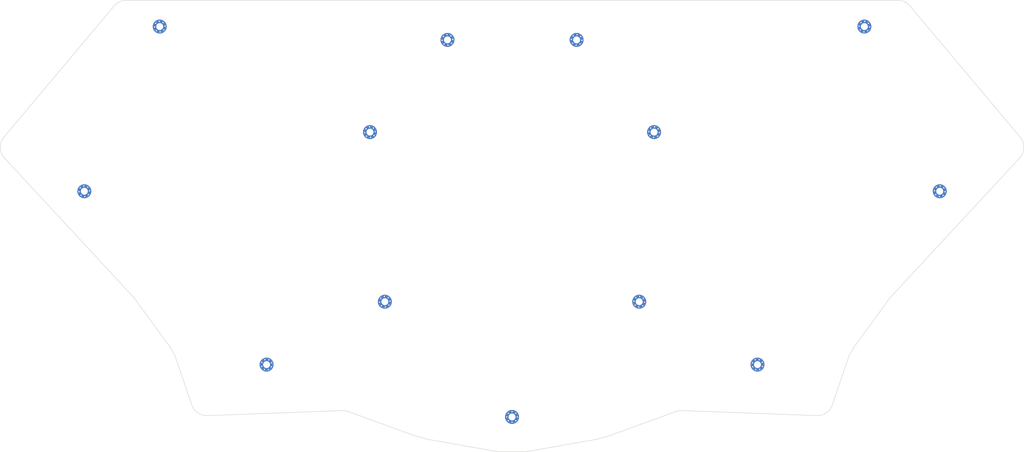
<source format=kicad_pcb>
(kicad_pcb (version 20240108) (generator "pcbnew") (generator_version "8.0")
  (title_block (title "bottom_plate") (rev "v1.0.0") (company "Unknown"))
  (layers (0 "F.Cu" signal) (31 "B.Cu" signal) (34 "B.Paste" user) (35 "F.Paste" user) (36 "B.SilkS" user "B.Silkscreen") (37 "F.SilkS" user "F.Silkscreen") (38 "B.Mask" user) (39 "F.Mask" user) (44 "Edge.Cuts" user))
  (net 0 "")
  (footprint "MountingHole_2.2mm_M2_Pad_Via" (layer "F.Cu") (at 222.875684 210.288423 40)
    (property "Reference" "_11" (hide yes))
    (property "Value" "")
    (pad "1" thru_hole circle (at -1.65 0.000001) (size 0.7 0.7) (drill 0.4) (layers "*.Cu" "*.Mask"))
    (pad "1" thru_hole circle (at -1.166726 -1.166726) (size 0.7 0.7) (drill 0.4) (layers "*.Cu" "*.Mask"))
    (pad "1" thru_hole circle (at -1.166726 1.166726) (size 0.7 0.7) (drill 0.4) (layers "*.Cu" "*.Mask"))
    (pad "1" thru_hole circle (at -0.000001 -1.65) (size 0.7 0.7) (drill 0.4) (layers "*.Cu" "*.Mask"))
    (pad "1" thru_hole circle (at 0 0) (size 4.4 4.4) (drill 2.2) (layers "*.Cu" "*.Mask"))
    (pad "1" thru_hole circle (at 0.000001 1.65) (size 0.7 0.7) (drill 0.4) (layers "*.Cu" "*.Mask"))
    (pad "1" thru_hole circle (at 1.166726 -1.166726) (size 0.7 0.7) (drill 0.4) (layers "*.Cu" "*.Mask"))
    (pad "1" thru_hole circle (at 1.166726 1.166726) (size 0.7 0.7) (drill 0.4) (layers "*.Cu" "*.Mask"))
    (pad "1" thru_hole circle (at 1.65 -0.000001) (size 0.7 0.7) (drill 0.4) (layers "*.Cu" "*.Mask"))
  )
  (footprint "MountingHole_2.2mm_M2_Pad_Via" (layer "F.Cu") (at 260.258441 230.196085 70)
    (property "Reference" "_12" (hide yes))
    (property "Value" "")
    (pad "1" thru_hole circle (at -1.65 0) (size 0.7 0.7) (drill 0.4) (layers "*.Cu" "*.Mask"))
    (pad "1" thru_hole circle (at -1.166726 -1.166726) (size 0.7 0.7) (drill 0.4) (layers "*.Cu" "*.Mask"))
    (pad "1" thru_hole circle (at -1.166726 1.166726) (size 0.7 0.7) (drill 0.4) (layers "*.Cu" "*.Mask"))
    (pad "1" thru_hole circle (at 0 -1.65) (size 0.7 0.7) (drill 0.4) (layers "*.Cu" "*.Mask"))
    (pad "1" thru_hole circle (at 0 0) (size 4.4 4.4) (drill 2.2) (layers "*.Cu" "*.Mask"))
    (pad "1" thru_hole circle (at 0 1.65) (size 0.7 0.7) (drill 0.4) (layers "*.Cu" "*.Mask"))
    (pad "1" thru_hole circle (at 1.166726 -1.166726) (size 0.7 0.7) (drill 0.4) (layers "*.Cu" "*.Mask"))
    (pad "1" thru_hole circle (at 1.166726 1.166726) (size 0.7 0.7) (drill 0.4) (layers "*.Cu" "*.Mask"))
    (pad "1" thru_hole circle (at 1.65 0) (size 0.7 0.7) (drill 0.4) (layers "*.Cu" "*.Mask"))
  )
  (footprint "MountingHole_2.2mm_M2_Pad_Via" (layer "F.Cu") (at 142.458063 210.288423 -40)
    (property "Reference" "_5" (hide yes))
    (property "Value" "")
    (pad "1" thru_hole circle (at -1.65 -0.000001) (size 0.7 0.7) (drill 0.4) (layers "*.Cu" "*.Mask"))
    (pad "1" thru_hole circle (at -1.166726 -1.166726) (size 0.7 0.7) (drill 0.4) (layers "*.Cu" "*.Mask"))
    (pad "1" thru_hole circle (at -1.166726 1.166726) (size 0.7 0.7) (drill 0.4) (layers "*.Cu" "*.Mask"))
    (pad "1" thru_hole circle (at -0.000001 1.65) (size 0.7 0.7) (drill 0.4) (layers "*.Cu" "*.Mask"))
    (pad "1" thru_hole circle (at 0 0) (size 4.4 4.4) (drill 2.2) (layers "*.Cu" "*.Mask"))
    (pad "1" thru_hole circle (at 0.000001 -1.65) (size 0.7 0.7) (drill 0.4) (layers "*.Cu" "*.Mask"))
    (pad "1" thru_hole circle (at 1.166726 -1.166726) (size 0.7 0.7) (drill 0.4) (layers "*.Cu" "*.Mask"))
    (pad "1" thru_hole circle (at 1.166726 1.166726) (size 0.7 0.7) (drill 0.4) (layers "*.Cu" "*.Mask"))
    (pad "1" thru_hole circle (at 1.65 0.000001) (size 0.7 0.7) (drill 0.4) (layers "*.Cu" "*.Mask"))
  )
  (footprint "MountingHole_2.2mm_M2_Pad_Via" (layer "F.Cu") (at 105.075306 230.196085 -70)
    (property "Reference" "_6" (hide yes))
    (property "Value" "")
    (pad "1" thru_hole circle (at -1.65 0) (size 0.7 0.7) (drill 0.4) (layers "*.Cu" "*.Mask"))
    (pad "1" thru_hole circle (at -1.166726 -1.166726) (size 0.7 0.7) (drill 0.4) (layers "*.Cu" "*.Mask"))
    (pad "1" thru_hole circle (at -1.166726 1.166726) (size 0.7 0.7) (drill 0.4) (layers "*.Cu" "*.Mask"))
    (pad "1" thru_hole circle (at 0 -1.65) (size 0.7 0.7) (drill 0.4) (layers "*.Cu" "*.Mask"))
    (pad "1" thru_hole circle (at 0 0) (size 4.4 4.4) (drill 2.2) (layers "*.Cu" "*.Mask"))
    (pad "1" thru_hole circle (at 0 1.65) (size 0.7 0.7) (drill 0.4) (layers "*.Cu" "*.Mask"))
    (pad "1" thru_hole circle (at 1.166726 -1.166726) (size 0.7 0.7) (drill 0.4) (layers "*.Cu" "*.Mask"))
    (pad "1" thru_hole circle (at 1.166726 1.166726) (size 0.7 0.7) (drill 0.4) (layers "*.Cu" "*.Mask"))
    (pad "1" thru_hole circle (at 1.65 0) (size 0.7 0.7) (drill 0.4) (layers "*.Cu" "*.Mask"))
  )
  (footprint "MountingHole_2.2mm_M2_Pad_Via" (layer "F.Cu") (at 162.252185 127.425628 -40)
    (property "Reference" "_4" (hide yes))
    (property "Value" "")
    (pad "1" thru_hole circle (at -1.65 -0.000001) (size 0.7 0.7) (drill 0.4) (layers "*.Cu" "*.Mask"))
    (pad "1" thru_hole circle (at -1.166726 -1.166726) (size 0.7 0.7) (drill 0.4) (layers "*.Cu" "*.Mask"))
    (pad "1" thru_hole circle (at -1.166726 1.166726) (size 0.7 0.7) (drill 0.4) (layers "*.Cu" "*.Mask"))
    (pad "1" thru_hole circle (at -0.000001 1.65) (size 0.7 0.7) (drill 0.4) (layers "*.Cu" "*.Mask"))
    (pad "1" thru_hole circle (at 0 0) (size 4.4 4.4) (drill 2.2) (layers "*.Cu" "*.Mask"))
    (pad "1" thru_hole circle (at 0.000001 -1.65) (size 0.7 0.7) (drill 0.4) (layers "*.Cu" "*.Mask"))
    (pad "1" thru_hole circle (at 1.166726 -1.166726) (size 0.7 0.7) (drill 0.4) (layers "*.Cu" "*.Mask"))
    (pad "1" thru_hole circle (at 1.166726 1.166726) (size 0.7 0.7) (drill 0.4) (layers "*.Cu" "*.Mask"))
    (pad "1" thru_hole circle (at 1.65 0.000001) (size 0.7 0.7) (drill 0.4) (layers "*.Cu" "*.Mask"))
  )
  (footprint "MountingHole_2.2mm_M2_Pad_Via" (layer "F.Cu") (at 203.081562 127.425628 40)
    (property "Reference" "_10" (hide yes))
    (property "Value" "")
    (pad "1" thru_hole circle (at -1.65 0.000001) (size 0.7 0.7) (drill 0.4) (layers "*.Cu" "*.Mask"))
    (pad "1" thru_hole circle (at -1.166726 -1.166726) (size 0.7 0.7) (drill 0.4) (layers "*.Cu" "*.Mask"))
    (pad "1" thru_hole circle (at -1.166726 1.166726) (size 0.7 0.7) (drill 0.4) (layers "*.Cu" "*.Mask"))
    (pad "1" thru_hole circle (at -0.000001 -1.65) (size 0.7 0.7) (drill 0.4) (layers "*.Cu" "*.Mask"))
    (pad "1" thru_hole circle (at 0 0) (size 4.4 4.4) (drill 2.2) (layers "*.Cu" "*.Mask"))
    (pad "1" thru_hole circle (at 0.000001 1.65) (size 0.7 0.7) (drill 0.4) (layers "*.Cu" "*.Mask"))
    (pad "1" thru_hole circle (at 1.166726 -1.166726) (size 0.7 0.7) (drill 0.4) (layers "*.Cu" "*.Mask"))
    (pad "1" thru_hole circle (at 1.166726 1.166726) (size 0.7 0.7) (drill 0.4) (layers "*.Cu" "*.Mask"))
    (pad "1" thru_hole circle (at 1.65 -0.000001) (size 0.7 0.7) (drill 0.4) (layers "*.Cu" "*.Mask"))
  )
  (footprint "MountingHole_2.2mm_M2_Pad_Via" (layer "F.Cu") (at 294.04632 123.214358 40)
    (property "Reference" "_7" (hide yes))
    (property "Value" "")
    (pad "1" thru_hole circle (at -1.65 0.000001) (size 0.7 0.7) (drill 0.4) (layers "*.Cu" "*.Mask"))
    (pad "1" thru_hole circle (at -1.166726 -1.166726) (size 0.7 0.7) (drill 0.4) (layers "*.Cu" "*.Mask"))
    (pad "1" thru_hole circle (at -1.166726 1.166726) (size 0.7 0.7) (drill 0.4) (layers "*.Cu" "*.Mask"))
    (pad "1" thru_hole circle (at -0.000001 -1.65) (size 0.7 0.7) (drill 0.4) (layers "*.Cu" "*.Mask"))
    (pad "1" thru_hole circle (at 0 0) (size 4.4 4.4) (drill 2.2) (layers "*.Cu" "*.Mask"))
    (pad "1" thru_hole circle (at 0.000001 1.65) (size 0.7 0.7) (drill 0.4) (layers "*.Cu" "*.Mask"))
    (pad "1" thru_hole circle (at 1.166726 -1.166726) (size 0.7 0.7) (drill 0.4) (layers "*.Cu" "*.Mask"))
    (pad "1" thru_hole circle (at 1.166726 1.166726) (size 0.7 0.7) (drill 0.4) (layers "*.Cu" "*.Mask"))
    (pad "1" thru_hole circle (at 1.65 -0.000001) (size 0.7 0.7) (drill 0.4) (layers "*.Cu" "*.Mask"))
  )
  (footprint "MountingHole_2.2mm_M2_Pad_Via" (layer "F.Cu") (at 317.882605 175.330567 40)
    (property "Reference" "_8" (hide yes))
    (property "Value" "")
    (pad "1" thru_hole circle (at -1.65 0.000001) (size 0.7 0.7) (drill 0.4) (layers "*.Cu" "*.Mask"))
    (pad "1" thru_hole circle (at -1.166726 -1.166726) (size 0.7 0.7) (drill 0.4) (layers "*.Cu" "*.Mask"))
    (pad "1" thru_hole circle (at -1.166726 1.166726) (size 0.7 0.7) (drill 0.4) (layers "*.Cu" "*.Mask"))
    (pad "1" thru_hole circle (at -0.000001 -1.65) (size 0.7 0.7) (drill 0.4) (layers "*.Cu" "*.Mask"))
    (pad "1" thru_hole circle (at 0 0) (size 4.4 4.4) (drill 2.2) (layers "*.Cu" "*.Mask"))
    (pad "1" thru_hole circle (at 0.000001 1.65) (size 0.7 0.7) (drill 0.4) (layers "*.Cu" "*.Mask"))
    (pad "1" thru_hole circle (at 1.166726 -1.166726) (size 0.7 0.7) (drill 0.4) (layers "*.Cu" "*.Mask"))
    (pad "1" thru_hole circle (at 1.166726 1.166726) (size 0.7 0.7) (drill 0.4) (layers "*.Cu" "*.Mask"))
    (pad "1" thru_hole circle (at 1.65 -0.000001) (size 0.7 0.7) (drill 0.4) (layers "*.Cu" "*.Mask"))
  )
  (footprint "MountingHole_2.2mm_M2_Pad_Via" (layer "F.Cu") (at 137.761978 156.611922 -40)
    (property "Reference" "_3" (hide yes))
    (property "Value" "")
    (pad "1" thru_hole circle (at -1.65 -0.000001) (size 0.7 0.7) (drill 0.4) (layers "*.Cu" "*.Mask"))
    (pad "1" thru_hole circle (at -1.166726 -1.166726) (size 0.7 0.7) (drill 0.4) (layers "*.Cu" "*.Mask"))
    (pad "1" thru_hole circle (at -1.166726 1.166726) (size 0.7 0.7) (drill 0.4) (layers "*.Cu" "*.Mask"))
    (pad "1" thru_hole circle (at -0.000001 1.65) (size 0.7 0.7) (drill 0.4) (layers "*.Cu" "*.Mask"))
    (pad "1" thru_hole circle (at 0 0) (size 4.4 4.4) (drill 2.2) (layers "*.Cu" "*.Mask"))
    (pad "1" thru_hole circle (at 0.000001 -1.65) (size 0.7 0.7) (drill 0.4) (layers "*.Cu" "*.Mask"))
    (pad "1" thru_hole circle (at 1.166726 -1.166726) (size 0.7 0.7) (drill 0.4) (layers "*.Cu" "*.Mask"))
    (pad "1" thru_hole circle (at 1.166726 1.166726) (size 0.7 0.7) (drill 0.4) (layers "*.Cu" "*.Mask"))
    (pad "1" thru_hole circle (at 1.65 0.000001) (size 0.7 0.7) (drill 0.4) (layers "*.Cu" "*.Mask"))
  )
  (footprint "MountingHole_2.2mm_M2_Pad_Via" (layer "F.Cu") (at 227.57177 156.611922 40)
    (property "Reference" "_9" (hide yes))
    (property "Value" "")
    (pad "1" thru_hole circle (at -1.65 0.000001) (size 0.7 0.7) (drill 0.4) (layers "*.Cu" "*.Mask"))
    (pad "1" thru_hole circle (at -1.166726 -1.166726) (size 0.7 0.7) (drill 0.4) (layers "*.Cu" "*.Mask"))
    (pad "1" thru_hole circle (at -1.166726 1.166726) (size 0.7 0.7) (drill 0.4) (layers "*.Cu" "*.Mask"))
    (pad "1" thru_hole circle (at -0.000001 -1.65) (size 0.7 0.7) (drill 0.4) (layers "*.Cu" "*.Mask"))
    (pad "1" thru_hole circle (at 0 0) (size 4.4 4.4) (drill 2.2) (layers "*.Cu" "*.Mask"))
    (pad "1" thru_hole circle (at 0.000001 1.65) (size 0.7 0.7) (drill 0.4) (layers "*.Cu" "*.Mask"))
    (pad "1" thru_hole circle (at 1.166726 -1.166726) (size 0.7 0.7) (drill 0.4) (layers "*.Cu" "*.Mask"))
    (pad "1" thru_hole circle (at 1.166726 1.166726) (size 0.7 0.7) (drill 0.4) (layers "*.Cu" "*.Mask"))
    (pad "1" thru_hole circle (at 1.65 -0.000001) (size 0.7 0.7) (drill 0.4) (layers "*.Cu" "*.Mask"))
  )
  (footprint "MountingHole_2.2mm_M2_Pad_Via" (layer "F.Cu") (at 71.287427 123.214358 -40)
    (property "Reference" "_1" (hide yes))
    (property "Value" "")
    (pad "1" thru_hole circle (at -1.65 -0.000001) (size 0.7 0.7) (drill 0.4) (layers "*.Cu" "*.Mask"))
    (pad "1" thru_hole circle (at -1.166726 -1.166726) (size 0.7 0.7) (drill 0.4) (layers "*.Cu" "*.Mask"))
    (pad "1" thru_hole circle (at -1.166726 1.166726) (size 0.7 0.7) (drill 0.4) (layers "*.Cu" "*.Mask"))
    (pad "1" thru_hole circle (at -0.000001 1.65) (size 0.7 0.7) (drill 0.4) (layers "*.Cu" "*.Mask"))
    (pad "1" thru_hole circle (at 0 0) (size 4.4 4.4) (drill 2.2) (layers "*.Cu" "*.Mask"))
    (pad "1" thru_hole circle (at 0.000001 -1.65) (size 0.7 0.7) (drill 0.4) (layers "*.Cu" "*.Mask"))
    (pad "1" thru_hole circle (at 1.166726 -1.166726) (size 0.7 0.7) (drill 0.4) (layers "*.Cu" "*.Mask"))
    (pad "1" thru_hole circle (at 1.166726 1.166726) (size 0.7 0.7) (drill 0.4) (layers "*.Cu" "*.Mask"))
    (pad "1" thru_hole circle (at 1.65 0.000001) (size 0.7 0.7) (drill 0.4) (layers "*.Cu" "*.Mask"))
  )
  (footprint "MountingHole_2.2mm_M2_Pad_Via" (layer "F.Cu") (at 182.666874 246.758215)
    (property "Reference" "_13" (hide yes))
    (property "Value" "")
    (pad "1" thru_hole circle (at -1.65 0) (size 0.7 0.7) (drill 0.4) (layers "*.Cu" "*.Mask"))
    (pad "1" thru_hole circle (at -1.166726 -1.166726) (size 0.7 0.7) (drill 0.4) (layers "*.Cu" "*.Mask"))
    (pad "1" thru_hole circle (at -1.166726 1.166726) (size 0.7 0.7) (drill 0.4) (layers "*.Cu" "*.Mask"))
    (pad "1" thru_hole circle (at 0 -1.65) (size 0.7 0.7) (drill 0.4) (layers "*.Cu" "*.Mask"))
    (pad "1" thru_hole circle (at 0 0) (size 4.4 4.4) (drill 2.2) (layers "*.Cu" "*.Mask"))
    (pad "1" thru_hole circle (at 0 1.65) (size 0.7 0.7) (drill 0.4) (layers "*.Cu" "*.Mask"))
    (pad "1" thru_hole circle (at 1.166726 -1.166726) (size 0.7 0.7) (drill 0.4) (layers "*.Cu" "*.Mask"))
    (pad "1" thru_hole circle (at 1.166726 1.166726) (size 0.7 0.7) (drill 0.4) (layers "*.Cu" "*.Mask"))
    (pad "1" thru_hole circle (at 1.65 0) (size 0.7 0.7) (drill 0.4) (layers "*.Cu" "*.Mask"))
  )
  (footprint "MountingHole_2.2mm_M2_Pad_Via" (layer "F.Cu") (at 47.451142 175.330567 -40)
    (property "Reference" "_2" (hide yes))
    (property "Value" "")
    (pad "1" thru_hole circle (at -1.65 -0.000001) (size 0.7 0.7) (drill 0.4) (layers "*.Cu" "*.Mask"))
    (pad "1" thru_hole circle (at -1.166726 -1.166726) (size 0.7 0.7) (drill 0.4) (layers "*.Cu" "*.Mask"))
    (pad "1" thru_hole circle (at -1.166726 1.166726) (size 0.7 0.7) (drill 0.4) (layers "*.Cu" "*.Mask"))
    (pad "1" thru_hole circle (at -0.000001 1.65) (size 0.7 0.7) (drill 0.4) (layers "*.Cu" "*.Mask"))
    (pad "1" thru_hole circle (at 0 0) (size 4.4 4.4) (drill 2.2) (layers "*.Cu" "*.Mask"))
    (pad "1" thru_hole circle (at 0.000001 -1.65) (size 0.7 0.7) (drill 0.4) (layers "*.Cu" "*.Mask"))
    (pad "1" thru_hole circle (at 1.166726 -1.166726) (size 0.7 0.7) (drill 0.4) (layers "*.Cu" "*.Mask"))
    (pad "1" thru_hole circle (at 1.166726 1.166726) (size 0.7 0.7) (drill 0.4) (layers "*.Cu" "*.Mask"))
    (pad "1" thru_hole circle (at 1.65 0.000001) (size 0.7 0.7) (drill 0.4) (layers "*.Cu" "*.Mask"))
  )
  (gr_line (start 290.53243 224.996846) (end 289.104709 227.699472) (stroke (width 0.15)) (layer "Edge.Cuts"))
  (gr_line (start 62.91774 208.758496) (end 22.200668 164.810075) (stroke (width 0.15)) (layer "Edge.Cuts"))
  (gr_line (start 128.93937 244.74798) (end 86.340428 246.339241) (stroke (width 0.15)) (layer "Edge.Cuts"))
  (gr_line (start 151.39827 252.530045) (end 130.836112 245.046032) (stroke (width 0.15)) (layer "Edge.Cuts"))
  (gr_line (start 308.444032 116.663652) (end 343.2955 158.198014) (stroke (width 0.15)) (layer "Edge.Cuts"))
  (gr_arc (start 283.913357 242.953614) (mid 282.014368 245.461723) (end 278.993319 246.339241) (stroke (width 0.15)) (layer "Edge.Cuts"))
  (gr_line (start 60.719937 114.87759) (end 304.61381 114.87759) (stroke (width 0.15)) (layer "Edge.Cuts"))
  (gr_arc (start 62.917741 208.758496) (mid 63.110445 208.979119) (end 63.289898 209.210649) (stroke (width 0.15)) (layer "Edge.Cuts"))
  (gr_arc (start 302.04385 209.210649) (mid 302.223303 208.979119) (end 302.416007 208.758496) (stroke (width 0.15)) (layer "Edge.Cuts"))
  (gr_line (start 74.801317 224.996846) (end 63.289898 209.210649) (stroke (width 0.15)) (layer "Edge.Cuts"))
  (gr_line (start 22.038247 158.198014) (end 56.889715 116.663652) (stroke (width 0.15)) (layer "Edge.Cuts"))
  (gr_line (start 234.497635 245.046032) (end 213.935477 252.530045) (stroke (width 0.15)) (layer "Edge.Cuts"))
  (gr_line (start 209.531982 253.811011) (end 187.450074 257.704647) (stroke (width 0.15)) (layer "Edge.Cuts"))
  (gr_line (start 302.043849 209.210649) (end 290.53243 224.996846) (stroke (width 0.15)) (layer "Edge.Cuts"))
  (gr_arc (start 234.497635 245.046032) (mid 235.431565 244.805107) (end 236.394377 244.74798) (stroke (width 0.15)) (layer "Edge.Cuts"))
  (gr_line (start 81.42039 242.953614) (end 76.229038 227.699472) (stroke (width 0.15)) (layer "Edge.Cuts"))
  (gr_arc (start 343.295501 158.198014) (mid 344.463771 161.534737) (end 343.133079 164.810075) (stroke (width 0.15)) (layer "Edge.Cuts"))
  (gr_arc (start 187.450074 257.704647) (mid 187.017612 257.761582) (end 186.581833 257.780608) (stroke (width 0.15)) (layer "Edge.Cuts"))
  (gr_line (start 343.133079 164.810075) (end 302.416007 208.758496) (stroke (width 0.15)) (layer "Edge.Cuts"))
  (gr_line (start 213.935477 252.530045) (end 209.531982 253.811011) (stroke (width 0.15)) (layer "Edge.Cuts"))
  (gr_line (start 76.229038 227.699472) (end 74.801317 224.996846) (stroke (width 0.15)) (layer "Edge.Cuts"))
  (gr_line (start 186.581833 257.780608) (end 178.751914 257.780608) (stroke (width 0.15)) (layer "Edge.Cuts"))
  (gr_line (start 289.104709 227.699472) (end 283.913357 242.953614) (stroke (width 0.15)) (layer "Edge.Cuts"))
  (gr_arc (start 86.340428 246.339241) (mid 83.319379 245.461723) (end 81.42039 242.953614) (stroke (width 0.15)) (layer "Edge.Cuts"))
  (gr_arc (start 22.200668 164.810074) (mid 20.869977 161.534737) (end 22.038247 158.198014) (stroke (width 0.15)) (layer "Edge.Cuts"))
  (gr_arc (start 304.61381 114.87759) (mid 306.726901 115.346051) (end 308.444032 116.663652) (stroke (width 0.15)) (layer "Edge.Cuts"))
  (gr_line (start 155.801765 253.811011) (end 151.39827 252.530045) (stroke (width 0.15)) (layer "Edge.Cuts"))
  (gr_line (start 177.883673 257.704647) (end 155.801765 253.811011) (stroke (width 0.15)) (layer "Edge.Cuts"))
  (gr_arc (start 128.93937 244.74798) (mid 129.902182 244.805107) (end 130.836112 245.046032) (stroke (width 0.15)) (layer "Edge.Cuts"))
  (gr_line (start 278.993319 246.339241) (end 236.394377 244.74798) (stroke (width 0.15)) (layer "Edge.Cuts"))
  (gr_arc (start 56.889715 116.663652) (mid 58.606846 115.346051) (end 60.719937 114.87759) (stroke (width 0.15)) (layer "Edge.Cuts"))
  (gr_arc (start 178.751914 257.780608) (mid 178.316135 257.761581) (end 177.883673 257.704647) (stroke (width 0.15)) (layer "Edge.Cuts"))
)
</source>
